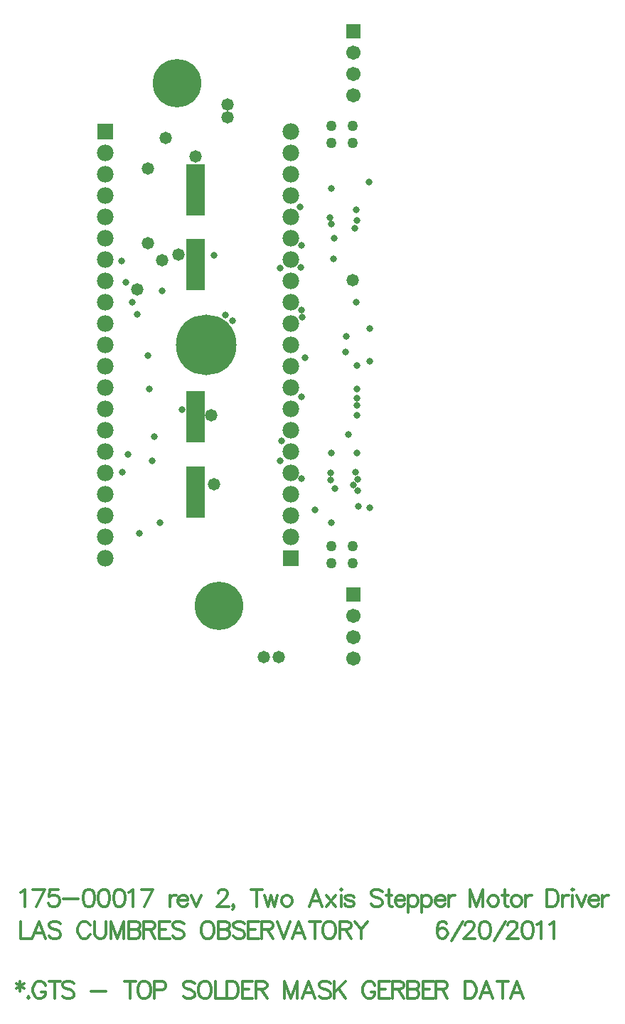
<source format=gts>
%FSLAX23Y23*%
%MOIN*%
G70*
G01*
G75*
G04 Layer_Color=8388736*
%ADD10R,0.079X0.236*%
%ADD11C,0.008*%
%ADD12C,0.007*%
%ADD13C,0.050*%
%ADD14C,0.020*%
%ADD15C,0.012*%
%ADD16C,0.012*%
%ADD17C,0.012*%
%ADD18R,0.070X0.070*%
%ADD19C,0.070*%
%ADD20C,0.219*%
%ADD21C,0.276*%
%ADD22C,0.059*%
%ADD23R,0.059X0.059*%
%ADD24C,0.050*%
%ADD25C,0.024*%
%ADD26C,0.040*%
%ADD27C,0.080*%
G04:AMPARAMS|DCode=28|XSize=100mil|YSize=100mil|CornerRadius=0mil|HoleSize=0mil|Usage=FLASHONLY|Rotation=0.000|XOffset=0mil|YOffset=0mil|HoleType=Round|Shape=Relief|Width=10mil|Gap=10mil|Entries=4|*
%AMTHD28*
7,0,0,0.100,0.080,0.010,45*
%
%ADD28THD28*%
%ADD29C,0.206*%
%ADD30C,0.197*%
%ADD31C,0.075*%
G04:AMPARAMS|DCode=32|XSize=85mil|YSize=85mil|CornerRadius=0mil|HoleSize=0mil|Usage=FLASHONLY|Rotation=0.000|XOffset=0mil|YOffset=0mil|HoleType=Round|Shape=Relief|Width=10mil|Gap=10mil|Entries=4|*
%AMTHD32*
7,0,0,0.085,0.065,0.010,45*
%
%ADD32THD32*%
%ADD33C,0.065*%
G04:AMPARAMS|DCode=34|XSize=70mil|YSize=70mil|CornerRadius=0mil|HoleSize=0mil|Usage=FLASHONLY|Rotation=0.000|XOffset=0mil|YOffset=0mil|HoleType=Round|Shape=Relief|Width=10mil|Gap=10mil|Entries=4|*
%AMTHD34*
7,0,0,0.070,0.050,0.010,45*
%
%ADD34THD34*%
%ADD35C,0.068*%
G04:AMPARAMS|DCode=36|XSize=88mil|YSize=88mil|CornerRadius=0mil|HoleSize=0mil|Usage=FLASHONLY|Rotation=0.000|XOffset=0mil|YOffset=0mil|HoleType=Round|Shape=Relief|Width=10mil|Gap=10mil|Entries=4|*
%AMTHD36*
7,0,0,0.088,0.068,0.010,45*
%
%ADD36THD36*%
%ADD37C,0.075*%
%ADD38C,0.010*%
%ADD39R,0.094X0.130*%
%ADD40R,0.050X0.050*%
%ADD41R,0.078X0.048*%
%ADD42R,0.050X0.050*%
%ADD43R,0.059X0.039*%
%ADD44R,0.085X0.016*%
%ADD45R,0.020X0.709*%
%ADD46R,0.130X0.094*%
%ADD47O,0.079X0.024*%
%ADD48C,0.005*%
%ADD49C,0.030*%
%ADD50C,0.008*%
%ADD51C,0.006*%
%ADD52C,0.015*%
%ADD53R,0.149X0.227*%
%ADD54R,0.087X0.244*%
%ADD55R,0.078X0.078*%
%ADD56C,0.078*%
%ADD57C,0.227*%
%ADD58C,0.284*%
%ADD59C,0.067*%
%ADD60R,0.067X0.067*%
%ADD61C,0.032*%
%ADD62C,0.058*%
D15*
X31016Y18832D02*
Y18786D01*
X30997Y18821D02*
X31035Y18798D01*
Y18821D02*
X30997Y18798D01*
X31055Y18760D02*
X31051Y18756D01*
X31055Y18752D01*
X31059Y18756D01*
X31055Y18760D01*
X31133Y18813D02*
X31130Y18821D01*
X31122Y18828D01*
X31114Y18832D01*
X31099D01*
X31092Y18828D01*
X31084Y18821D01*
X31080Y18813D01*
X31076Y18802D01*
Y18783D01*
X31080Y18771D01*
X31084Y18763D01*
X31092Y18756D01*
X31099Y18752D01*
X31114D01*
X31122Y18756D01*
X31130Y18763D01*
X31133Y18771D01*
Y18783D01*
X31114D02*
X31133D01*
X31178Y18832D02*
Y18752D01*
X31152Y18832D02*
X31205D01*
X31268Y18821D02*
X31260Y18828D01*
X31249Y18832D01*
X31234D01*
X31222Y18828D01*
X31215Y18821D01*
Y18813D01*
X31218Y18805D01*
X31222Y18802D01*
X31230Y18798D01*
X31253Y18790D01*
X31260Y18786D01*
X31264Y18783D01*
X31268Y18775D01*
Y18763D01*
X31260Y18756D01*
X31249Y18752D01*
X31234D01*
X31222Y18756D01*
X31215Y18763D01*
X31349Y18786D02*
X31417D01*
X31530Y18832D02*
Y18752D01*
X31504Y18832D02*
X31557D01*
X31589D02*
X31582Y18828D01*
X31574Y18821D01*
X31570Y18813D01*
X31567Y18802D01*
Y18783D01*
X31570Y18771D01*
X31574Y18763D01*
X31582Y18756D01*
X31589Y18752D01*
X31605D01*
X31612Y18756D01*
X31620Y18763D01*
X31624Y18771D01*
X31627Y18783D01*
Y18802D01*
X31624Y18813D01*
X31620Y18821D01*
X31612Y18828D01*
X31605Y18832D01*
X31589D01*
X31646Y18790D02*
X31680D01*
X31692Y18794D01*
X31696Y18798D01*
X31699Y18805D01*
Y18817D01*
X31696Y18824D01*
X31692Y18828D01*
X31680Y18832D01*
X31646D01*
Y18752D01*
X31834Y18821D02*
X31826Y18828D01*
X31814Y18832D01*
X31799D01*
X31788Y18828D01*
X31780Y18821D01*
Y18813D01*
X31784Y18805D01*
X31788Y18802D01*
X31795Y18798D01*
X31818Y18790D01*
X31826Y18786D01*
X31830Y18783D01*
X31834Y18775D01*
Y18763D01*
X31826Y18756D01*
X31814Y18752D01*
X31799D01*
X31788Y18756D01*
X31780Y18763D01*
X31874Y18832D02*
X31867Y18828D01*
X31859Y18821D01*
X31855Y18813D01*
X31851Y18802D01*
Y18783D01*
X31855Y18771D01*
X31859Y18763D01*
X31867Y18756D01*
X31874Y18752D01*
X31890D01*
X31897Y18756D01*
X31905Y18763D01*
X31909Y18771D01*
X31912Y18783D01*
Y18802D01*
X31909Y18813D01*
X31905Y18821D01*
X31897Y18828D01*
X31890Y18832D01*
X31874D01*
X31931D02*
Y18752D01*
X31977D01*
X31985Y18832D02*
Y18752D01*
Y18832D02*
X32012D01*
X32024Y18828D01*
X32031Y18821D01*
X32035Y18813D01*
X32039Y18802D01*
Y18783D01*
X32035Y18771D01*
X32031Y18763D01*
X32024Y18756D01*
X32012Y18752D01*
X31985D01*
X32106Y18832D02*
X32057D01*
Y18752D01*
X32106D01*
X32057Y18794D02*
X32087D01*
X32120Y18832D02*
Y18752D01*
Y18832D02*
X32154D01*
X32165Y18828D01*
X32169Y18824D01*
X32173Y18817D01*
Y18809D01*
X32169Y18802D01*
X32165Y18798D01*
X32154Y18794D01*
X32120D01*
X32146D02*
X32173Y18752D01*
X32254Y18832D02*
Y18752D01*
Y18832D02*
X32284Y18752D01*
X32315Y18832D02*
X32284Y18752D01*
X32315Y18832D02*
Y18752D01*
X32398D02*
X32368Y18832D01*
X32337Y18752D01*
X32349Y18779D02*
X32387D01*
X32470Y18821D02*
X32463Y18828D01*
X32451Y18832D01*
X32436D01*
X32425Y18828D01*
X32417Y18821D01*
Y18813D01*
X32421Y18805D01*
X32425Y18802D01*
X32432Y18798D01*
X32455Y18790D01*
X32463Y18786D01*
X32467Y18783D01*
X32470Y18775D01*
Y18763D01*
X32463Y18756D01*
X32451Y18752D01*
X32436D01*
X32425Y18756D01*
X32417Y18763D01*
X32488Y18832D02*
Y18752D01*
X32542Y18832D02*
X32488Y18779D01*
X32507Y18798D02*
X32542Y18752D01*
X32679Y18813D02*
X32676Y18821D01*
X32668Y18828D01*
X32660Y18832D01*
X32645D01*
X32638Y18828D01*
X32630Y18821D01*
X32626Y18813D01*
X32622Y18802D01*
Y18783D01*
X32626Y18771D01*
X32630Y18763D01*
X32638Y18756D01*
X32645Y18752D01*
X32660D01*
X32668Y18756D01*
X32676Y18763D01*
X32679Y18771D01*
Y18783D01*
X32660D02*
X32679D01*
X32747Y18832D02*
X32698D01*
Y18752D01*
X32747D01*
X32698Y18794D02*
X32728D01*
X32761Y18832D02*
Y18752D01*
Y18832D02*
X32795D01*
X32806Y18828D01*
X32810Y18824D01*
X32814Y18817D01*
Y18809D01*
X32810Y18802D01*
X32806Y18798D01*
X32795Y18794D01*
X32761D01*
X32787D02*
X32814Y18752D01*
X32832Y18832D02*
Y18752D01*
Y18832D02*
X32866D01*
X32877Y18828D01*
X32881Y18824D01*
X32885Y18817D01*
Y18809D01*
X32881Y18802D01*
X32877Y18798D01*
X32866Y18794D01*
X32832D02*
X32866D01*
X32877Y18790D01*
X32881Y18786D01*
X32885Y18779D01*
Y18767D01*
X32881Y18760D01*
X32877Y18756D01*
X32866Y18752D01*
X32832D01*
X32953Y18832D02*
X32903D01*
Y18752D01*
X32953D01*
X32903Y18794D02*
X32933D01*
X32966Y18832D02*
Y18752D01*
Y18832D02*
X33000D01*
X33012Y18828D01*
X33015Y18824D01*
X33019Y18817D01*
Y18809D01*
X33015Y18802D01*
X33012Y18798D01*
X33000Y18794D01*
X32966D01*
X32993D02*
X33019Y18752D01*
X33100Y18832D02*
Y18752D01*
Y18832D02*
X33127D01*
X33138Y18828D01*
X33146Y18821D01*
X33149Y18813D01*
X33153Y18802D01*
Y18783D01*
X33149Y18771D01*
X33146Y18763D01*
X33138Y18756D01*
X33127Y18752D01*
X33100D01*
X33232D02*
X33202Y18832D01*
X33171Y18752D01*
X33183Y18779D02*
X33221D01*
X33277Y18832D02*
Y18752D01*
X33251Y18832D02*
X33304D01*
X33375Y18752D02*
X33344Y18832D01*
X33314Y18752D01*
X33325Y18779D02*
X33363D01*
D16*
X31018Y19113D02*
Y19033D01*
X31063D01*
X31133D02*
X31103Y19113D01*
X31072Y19033D01*
X31084Y19059D02*
X31122D01*
X31205Y19101D02*
X31198Y19109D01*
X31186Y19113D01*
X31171D01*
X31159Y19109D01*
X31152Y19101D01*
Y19094D01*
X31156Y19086D01*
X31159Y19082D01*
X31167Y19078D01*
X31190Y19071D01*
X31198Y19067D01*
X31201Y19063D01*
X31205Y19055D01*
Y19044D01*
X31198Y19036D01*
X31186Y19033D01*
X31171D01*
X31159Y19036D01*
X31152Y19044D01*
X31343Y19094D02*
X31339Y19101D01*
X31332Y19109D01*
X31324Y19113D01*
X31309D01*
X31301Y19109D01*
X31294Y19101D01*
X31290Y19094D01*
X31286Y19082D01*
Y19063D01*
X31290Y19052D01*
X31294Y19044D01*
X31301Y19036D01*
X31309Y19033D01*
X31324D01*
X31332Y19036D01*
X31339Y19044D01*
X31343Y19052D01*
X31366Y19113D02*
Y19055D01*
X31369Y19044D01*
X31377Y19036D01*
X31388Y19033D01*
X31396D01*
X31407Y19036D01*
X31415Y19044D01*
X31419Y19055D01*
Y19113D01*
X31441D02*
Y19033D01*
Y19113D02*
X31471Y19033D01*
X31502Y19113D02*
X31471Y19033D01*
X31502Y19113D02*
Y19033D01*
X31525Y19113D02*
Y19033D01*
Y19113D02*
X31559D01*
X31570Y19109D01*
X31574Y19105D01*
X31578Y19097D01*
Y19090D01*
X31574Y19082D01*
X31570Y19078D01*
X31559Y19075D01*
X31525D02*
X31559D01*
X31570Y19071D01*
X31574Y19067D01*
X31578Y19059D01*
Y19048D01*
X31574Y19040D01*
X31570Y19036D01*
X31559Y19033D01*
X31525D01*
X31596Y19113D02*
Y19033D01*
Y19113D02*
X31630D01*
X31642Y19109D01*
X31645Y19105D01*
X31649Y19097D01*
Y19090D01*
X31645Y19082D01*
X31642Y19078D01*
X31630Y19075D01*
X31596D01*
X31623D02*
X31649Y19033D01*
X31717Y19113D02*
X31667D01*
Y19033D01*
X31717D01*
X31667Y19075D02*
X31698D01*
X31783Y19101D02*
X31776Y19109D01*
X31764Y19113D01*
X31749D01*
X31738Y19109D01*
X31730Y19101D01*
Y19094D01*
X31734Y19086D01*
X31738Y19082D01*
X31745Y19078D01*
X31768Y19071D01*
X31776Y19067D01*
X31780Y19063D01*
X31783Y19055D01*
Y19044D01*
X31776Y19036D01*
X31764Y19033D01*
X31749D01*
X31738Y19036D01*
X31730Y19044D01*
X31887Y19113D02*
X31879Y19109D01*
X31872Y19101D01*
X31868Y19094D01*
X31864Y19082D01*
Y19063D01*
X31868Y19052D01*
X31872Y19044D01*
X31879Y19036D01*
X31887Y19033D01*
X31902D01*
X31910Y19036D01*
X31917Y19044D01*
X31921Y19052D01*
X31925Y19063D01*
Y19082D01*
X31921Y19094D01*
X31917Y19101D01*
X31910Y19109D01*
X31902Y19113D01*
X31887D01*
X31944D02*
Y19033D01*
Y19113D02*
X31978D01*
X31989Y19109D01*
X31993Y19105D01*
X31997Y19097D01*
Y19090D01*
X31993Y19082D01*
X31989Y19078D01*
X31978Y19075D01*
X31944D02*
X31978D01*
X31989Y19071D01*
X31993Y19067D01*
X31997Y19059D01*
Y19048D01*
X31993Y19040D01*
X31989Y19036D01*
X31978Y19033D01*
X31944D01*
X32068Y19101D02*
X32061Y19109D01*
X32049Y19113D01*
X32034D01*
X32023Y19109D01*
X32015Y19101D01*
Y19094D01*
X32019Y19086D01*
X32023Y19082D01*
X32030Y19078D01*
X32053Y19071D01*
X32061Y19067D01*
X32064Y19063D01*
X32068Y19055D01*
Y19044D01*
X32061Y19036D01*
X32049Y19033D01*
X32034D01*
X32023Y19036D01*
X32015Y19044D01*
X32136Y19113D02*
X32086D01*
Y19033D01*
X32136D01*
X32086Y19075D02*
X32117D01*
X32149Y19113D02*
Y19033D01*
Y19113D02*
X32183D01*
X32195Y19109D01*
X32198Y19105D01*
X32202Y19097D01*
Y19090D01*
X32198Y19082D01*
X32195Y19078D01*
X32183Y19075D01*
X32149D01*
X32176D02*
X32202Y19033D01*
X32220Y19113D02*
X32251Y19033D01*
X32281Y19113D02*
X32251Y19033D01*
X32352D02*
X32322Y19113D01*
X32291Y19033D01*
X32303Y19059D02*
X32341D01*
X32398Y19113D02*
Y19033D01*
X32371Y19113D02*
X32424D01*
X32457D02*
X32449Y19109D01*
X32441Y19101D01*
X32438Y19094D01*
X32434Y19082D01*
Y19063D01*
X32438Y19052D01*
X32441Y19044D01*
X32449Y19036D01*
X32457Y19033D01*
X32472D01*
X32480Y19036D01*
X32487Y19044D01*
X32491Y19052D01*
X32495Y19063D01*
Y19082D01*
X32491Y19094D01*
X32487Y19101D01*
X32480Y19109D01*
X32472Y19113D01*
X32457D01*
X32513D02*
Y19033D01*
Y19113D02*
X32548D01*
X32559Y19109D01*
X32563Y19105D01*
X32567Y19097D01*
Y19090D01*
X32563Y19082D01*
X32559Y19078D01*
X32548Y19075D01*
X32513D01*
X32540D02*
X32567Y19033D01*
X32585Y19113D02*
X32615Y19075D01*
Y19033D01*
X32646Y19113D02*
X32615Y19075D01*
X33016Y19101D02*
X33012Y19109D01*
X33001Y19113D01*
X32993D01*
X32982Y19109D01*
X32974Y19097D01*
X32970Y19078D01*
Y19059D01*
X32974Y19044D01*
X32982Y19036D01*
X32993Y19033D01*
X32997D01*
X33008Y19036D01*
X33016Y19044D01*
X33020Y19055D01*
Y19059D01*
X33016Y19071D01*
X33008Y19078D01*
X32997Y19082D01*
X32993D01*
X32982Y19078D01*
X32974Y19071D01*
X32970Y19059D01*
X33037Y19021D02*
X33090Y19113D01*
X33100Y19094D02*
Y19097D01*
X33103Y19105D01*
X33107Y19109D01*
X33115Y19113D01*
X33130D01*
X33138Y19109D01*
X33142Y19105D01*
X33145Y19097D01*
Y19090D01*
X33142Y19082D01*
X33134Y19071D01*
X33096Y19033D01*
X33149D01*
X33190Y19113D02*
X33178Y19109D01*
X33171Y19097D01*
X33167Y19078D01*
Y19067D01*
X33171Y19048D01*
X33178Y19036D01*
X33190Y19033D01*
X33198D01*
X33209Y19036D01*
X33217Y19048D01*
X33220Y19067D01*
Y19078D01*
X33217Y19097D01*
X33209Y19109D01*
X33198Y19113D01*
X33190D01*
X33238Y19021D02*
X33292Y19113D01*
X33301Y19094D02*
Y19097D01*
X33305Y19105D01*
X33308Y19109D01*
X33316Y19113D01*
X33331D01*
X33339Y19109D01*
X33343Y19105D01*
X33346Y19097D01*
Y19090D01*
X33343Y19082D01*
X33335Y19071D01*
X33297Y19033D01*
X33350D01*
X33391Y19113D02*
X33380Y19109D01*
X33372Y19097D01*
X33368Y19078D01*
Y19067D01*
X33372Y19048D01*
X33380Y19036D01*
X33391Y19033D01*
X33399D01*
X33410Y19036D01*
X33418Y19048D01*
X33421Y19067D01*
Y19078D01*
X33418Y19097D01*
X33410Y19109D01*
X33399Y19113D01*
X33391D01*
X33439Y19097D02*
X33447Y19101D01*
X33458Y19113D01*
Y19033D01*
X33498Y19097D02*
X33506Y19101D01*
X33517Y19113D01*
Y19033D01*
D17*
X31018Y19247D02*
X31025Y19251D01*
X31037Y19263D01*
Y19183D01*
X31130Y19263D02*
X31092Y19183D01*
X31076Y19263D02*
X31130D01*
X31193D02*
X31155D01*
X31151Y19228D01*
X31155Y19232D01*
X31167Y19236D01*
X31178D01*
X31190Y19232D01*
X31197Y19225D01*
X31201Y19213D01*
Y19205D01*
X31197Y19194D01*
X31190Y19186D01*
X31178Y19183D01*
X31167D01*
X31155Y19186D01*
X31151Y19190D01*
X31148Y19198D01*
X31219Y19217D02*
X31287D01*
X31334Y19263D02*
X31322Y19259D01*
X31315Y19247D01*
X31311Y19228D01*
Y19217D01*
X31315Y19198D01*
X31322Y19186D01*
X31334Y19183D01*
X31342D01*
X31353Y19186D01*
X31361Y19198D01*
X31364Y19217D01*
Y19228D01*
X31361Y19247D01*
X31353Y19259D01*
X31342Y19263D01*
X31334D01*
X31405D02*
X31394Y19259D01*
X31386Y19247D01*
X31382Y19228D01*
Y19217D01*
X31386Y19198D01*
X31394Y19186D01*
X31405Y19183D01*
X31413D01*
X31424Y19186D01*
X31432Y19198D01*
X31436Y19217D01*
Y19228D01*
X31432Y19247D01*
X31424Y19259D01*
X31413Y19263D01*
X31405D01*
X31476D02*
X31465Y19259D01*
X31457Y19247D01*
X31454Y19228D01*
Y19217D01*
X31457Y19198D01*
X31465Y19186D01*
X31476Y19183D01*
X31484D01*
X31495Y19186D01*
X31503Y19198D01*
X31507Y19217D01*
Y19228D01*
X31503Y19247D01*
X31495Y19259D01*
X31484Y19263D01*
X31476D01*
X31525Y19247D02*
X31532Y19251D01*
X31544Y19263D01*
Y19183D01*
X31637Y19263D02*
X31599Y19183D01*
X31583Y19263D02*
X31637D01*
X31717Y19236D02*
Y19183D01*
Y19213D02*
X31721Y19225D01*
X31729Y19232D01*
X31736Y19236D01*
X31748D01*
X31755Y19213D02*
X31801D01*
Y19221D01*
X31797Y19228D01*
X31793Y19232D01*
X31786Y19236D01*
X31774D01*
X31767Y19232D01*
X31759Y19225D01*
X31755Y19213D01*
Y19205D01*
X31759Y19194D01*
X31767Y19186D01*
X31774Y19183D01*
X31786D01*
X31793Y19186D01*
X31801Y19194D01*
X31818Y19236D02*
X31841Y19183D01*
X31864Y19236D02*
X31841Y19183D01*
X31943Y19244D02*
Y19247D01*
X31947Y19255D01*
X31951Y19259D01*
X31959Y19263D01*
X31974D01*
X31981Y19259D01*
X31985Y19255D01*
X31989Y19247D01*
Y19240D01*
X31985Y19232D01*
X31978Y19221D01*
X31939Y19183D01*
X31993D01*
X32018Y19186D02*
X32015Y19183D01*
X32011Y19186D01*
X32015Y19190D01*
X32018Y19186D01*
Y19179D01*
X32015Y19171D01*
X32011Y19167D01*
X32125Y19263D02*
Y19183D01*
X32099Y19263D02*
X32152D01*
X32162Y19236D02*
X32177Y19183D01*
X32192Y19236D02*
X32177Y19183D01*
X32192Y19236D02*
X32207Y19183D01*
X32222Y19236D02*
X32207Y19183D01*
X32260Y19236D02*
X32253Y19232D01*
X32245Y19225D01*
X32241Y19213D01*
Y19205D01*
X32245Y19194D01*
X32253Y19186D01*
X32260Y19183D01*
X32272D01*
X32279Y19186D01*
X32287Y19194D01*
X32291Y19205D01*
Y19213D01*
X32287Y19225D01*
X32279Y19232D01*
X32272Y19236D01*
X32260D01*
X32432Y19183D02*
X32401Y19263D01*
X32371Y19183D01*
X32382Y19209D02*
X32421D01*
X32451Y19236D02*
X32493Y19183D01*
Y19236D02*
X32451Y19183D01*
X32517Y19263D02*
X32521Y19259D01*
X32525Y19263D01*
X32521Y19266D01*
X32517Y19263D01*
X32521Y19236D02*
Y19183D01*
X32581Y19225D02*
X32577Y19232D01*
X32565Y19236D01*
X32554D01*
X32542Y19232D01*
X32539Y19225D01*
X32542Y19217D01*
X32550Y19213D01*
X32569Y19209D01*
X32577Y19205D01*
X32581Y19198D01*
Y19194D01*
X32577Y19186D01*
X32565Y19183D01*
X32554D01*
X32542Y19186D01*
X32539Y19194D01*
X32713Y19251D02*
X32706Y19259D01*
X32694Y19263D01*
X32679D01*
X32668Y19259D01*
X32660Y19251D01*
Y19244D01*
X32664Y19236D01*
X32668Y19232D01*
X32675Y19228D01*
X32698Y19221D01*
X32706Y19217D01*
X32710Y19213D01*
X32713Y19205D01*
Y19194D01*
X32706Y19186D01*
X32694Y19183D01*
X32679D01*
X32668Y19186D01*
X32660Y19194D01*
X32743Y19263D02*
Y19198D01*
X32747Y19186D01*
X32754Y19183D01*
X32762D01*
X32731Y19236D02*
X32758D01*
X32773Y19213D02*
X32819D01*
Y19221D01*
X32815Y19228D01*
X32811Y19232D01*
X32804Y19236D01*
X32792D01*
X32785Y19232D01*
X32777Y19225D01*
X32773Y19213D01*
Y19205D01*
X32777Y19194D01*
X32785Y19186D01*
X32792Y19183D01*
X32804D01*
X32811Y19186D01*
X32819Y19194D01*
X32836Y19236D02*
Y19156D01*
Y19225D02*
X32844Y19232D01*
X32851Y19236D01*
X32863D01*
X32870Y19232D01*
X32878Y19225D01*
X32882Y19213D01*
Y19205D01*
X32878Y19194D01*
X32870Y19186D01*
X32863Y19183D01*
X32851D01*
X32844Y19186D01*
X32836Y19194D01*
X32899Y19236D02*
Y19156D01*
Y19225D02*
X32907Y19232D01*
X32914Y19236D01*
X32926D01*
X32933Y19232D01*
X32941Y19225D01*
X32945Y19213D01*
Y19205D01*
X32941Y19194D01*
X32933Y19186D01*
X32926Y19183D01*
X32914D01*
X32907Y19186D01*
X32899Y19194D01*
X32962Y19213D02*
X33007D01*
Y19221D01*
X33004Y19228D01*
X33000Y19232D01*
X32992Y19236D01*
X32981D01*
X32973Y19232D01*
X32966Y19225D01*
X32962Y19213D01*
Y19205D01*
X32966Y19194D01*
X32973Y19186D01*
X32981Y19183D01*
X32992D01*
X33000Y19186D01*
X33007Y19194D01*
X33025Y19236D02*
Y19183D01*
Y19213D02*
X33028Y19225D01*
X33036Y19232D01*
X33044Y19236D01*
X33055D01*
X33125Y19263D02*
Y19183D01*
Y19263D02*
X33156Y19183D01*
X33186Y19263D02*
X33156Y19183D01*
X33186Y19263D02*
Y19183D01*
X33228Y19236D02*
X33220Y19232D01*
X33213Y19225D01*
X33209Y19213D01*
Y19205D01*
X33213Y19194D01*
X33220Y19186D01*
X33228Y19183D01*
X33239D01*
X33247Y19186D01*
X33255Y19194D01*
X33258Y19205D01*
Y19213D01*
X33255Y19225D01*
X33247Y19232D01*
X33239Y19236D01*
X33228D01*
X33287Y19263D02*
Y19198D01*
X33291Y19186D01*
X33299Y19183D01*
X33306D01*
X33276Y19236D02*
X33303D01*
X33337D02*
X33329Y19232D01*
X33322Y19225D01*
X33318Y19213D01*
Y19205D01*
X33322Y19194D01*
X33329Y19186D01*
X33337Y19183D01*
X33348D01*
X33356Y19186D01*
X33364Y19194D01*
X33367Y19205D01*
Y19213D01*
X33364Y19225D01*
X33356Y19232D01*
X33348Y19236D01*
X33337D01*
X33385D02*
Y19183D01*
Y19213D02*
X33389Y19225D01*
X33396Y19232D01*
X33404Y19236D01*
X33415D01*
X33485Y19263D02*
Y19183D01*
Y19263D02*
X33512D01*
X33524Y19259D01*
X33531Y19251D01*
X33535Y19244D01*
X33539Y19232D01*
Y19213D01*
X33535Y19202D01*
X33531Y19194D01*
X33524Y19186D01*
X33512Y19183D01*
X33485D01*
X33557Y19236D02*
Y19183D01*
Y19213D02*
X33560Y19225D01*
X33568Y19232D01*
X33576Y19236D01*
X33587D01*
X33602Y19263D02*
X33606Y19259D01*
X33610Y19263D01*
X33606Y19266D01*
X33602Y19263D01*
X33606Y19236D02*
Y19183D01*
X33624Y19236D02*
X33647Y19183D01*
X33669Y19236D02*
X33647Y19183D01*
X33682Y19213D02*
X33728D01*
Y19221D01*
X33724Y19228D01*
X33720Y19232D01*
X33713Y19236D01*
X33701D01*
X33694Y19232D01*
X33686Y19225D01*
X33682Y19213D01*
Y19205D01*
X33686Y19194D01*
X33694Y19186D01*
X33701Y19183D01*
X33713D01*
X33720Y19186D01*
X33728Y19194D01*
X33745Y19236D02*
Y19183D01*
Y19213D02*
X33749Y19225D01*
X33757Y19232D01*
X33764Y19236D01*
X33776D01*
D24*
X32576Y20871D02*
D03*
X32476D02*
D03*
Y20791D02*
D03*
X32576D02*
D03*
Y22841D02*
D03*
Y22761D02*
D03*
X32476Y22762D02*
D03*
Y22841D02*
D03*
D54*
X31838Y21125D02*
D03*
Y21477D02*
D03*
Y22542D02*
D03*
Y22190D02*
D03*
D55*
X31416Y22816D02*
D03*
X32283Y20816D02*
D03*
D56*
X31416Y22716D02*
D03*
Y22616D02*
D03*
Y22516D02*
D03*
Y22416D02*
D03*
Y22316D02*
D03*
Y22216D02*
D03*
Y22116D02*
D03*
Y22016D02*
D03*
Y21916D02*
D03*
Y21816D02*
D03*
Y21716D02*
D03*
Y21616D02*
D03*
Y21516D02*
D03*
Y21416D02*
D03*
Y21316D02*
D03*
Y21216D02*
D03*
Y21116D02*
D03*
Y21016D02*
D03*
Y20916D02*
D03*
Y20816D02*
D03*
X32283Y22816D02*
D03*
Y22716D02*
D03*
Y22616D02*
D03*
Y22516D02*
D03*
Y22416D02*
D03*
Y22316D02*
D03*
Y22216D02*
D03*
Y22116D02*
D03*
Y22016D02*
D03*
Y21916D02*
D03*
Y21816D02*
D03*
Y21716D02*
D03*
Y21616D02*
D03*
Y21516D02*
D03*
Y21416D02*
D03*
Y21316D02*
D03*
Y21216D02*
D03*
Y21116D02*
D03*
Y21016D02*
D03*
Y20916D02*
D03*
D57*
X31751Y23040D02*
D03*
X31948Y20591D02*
D03*
D03*
X31751Y23040D02*
D03*
D58*
X31889Y21816D02*
D03*
D59*
X32578Y20346D02*
D03*
Y20446D02*
D03*
Y20546D02*
D03*
Y22986D02*
D03*
Y23086D02*
D03*
Y23186D02*
D03*
D60*
Y20646D02*
D03*
Y23286D02*
D03*
D61*
X32233Y22175D02*
D03*
X32335Y22280D02*
D03*
X31521Y21300D02*
D03*
X31645Y21385D02*
D03*
X32334Y21187D02*
D03*
X32333Y21979D02*
D03*
X32339Y21945D02*
D03*
X32598Y21186D02*
D03*
X32587Y21218D02*
D03*
X32578Y21159D02*
D03*
X32010Y21928D02*
D03*
X32541Y21782D02*
D03*
X32352Y21754D02*
D03*
X32586Y22363D02*
D03*
X32590Y22448D02*
D03*
X32652Y22577D02*
D03*
X32475Y22549D02*
D03*
X32328Y22460D02*
D03*
X32331Y22177D02*
D03*
X32544Y21856D02*
D03*
X32334Y21573D02*
D03*
X32399Y21042D02*
D03*
X32654Y21053D02*
D03*
X32593Y21565D02*
D03*
X32653Y21737D02*
D03*
X32654Y21892D02*
D03*
X31490Y22208D02*
D03*
X31511Y22108D02*
D03*
X31542Y22015D02*
D03*
X31563Y21957D02*
D03*
X31924Y22236D02*
D03*
X31681Y22068D02*
D03*
X31775Y21511D02*
D03*
X31613Y21766D02*
D03*
X31622Y21608D02*
D03*
X31576Y20932D02*
D03*
X32476Y20981D02*
D03*
X31670D02*
D03*
X32602Y21059D02*
D03*
X31494Y21218D02*
D03*
X32492Y21143D02*
D03*
X31979Y21955D02*
D03*
X32241Y21365D02*
D03*
X31634Y21273D02*
D03*
X32236Y21272D02*
D03*
X32555Y21395D02*
D03*
X32593Y21530D02*
D03*
X32595Y21484D02*
D03*
X32598Y21132D02*
D03*
X32489Y22316D02*
D03*
X32486Y22217D02*
D03*
X32471Y21183D02*
D03*
X32476Y22383D02*
D03*
X32474Y21307D02*
D03*
X32593Y22399D02*
D03*
X32468Y22413D02*
D03*
X32470Y21216D02*
D03*
X32592Y22014D02*
D03*
X32593Y21717D02*
D03*
X32594Y21607D02*
D03*
Y21308D02*
D03*
D62*
X31988Y22881D02*
D03*
Y22941D02*
D03*
X31613Y22640D02*
D03*
X31614Y22292D02*
D03*
X31564Y22075D02*
D03*
X32573Y22118D02*
D03*
X31681Y22210D02*
D03*
X31698Y22784D02*
D03*
X31838Y22697D02*
D03*
X31757Y22237D02*
D03*
X31912Y21484D02*
D03*
X31926Y21162D02*
D03*
X32158Y20351D02*
D03*
X32228D02*
D03*
M02*

</source>
